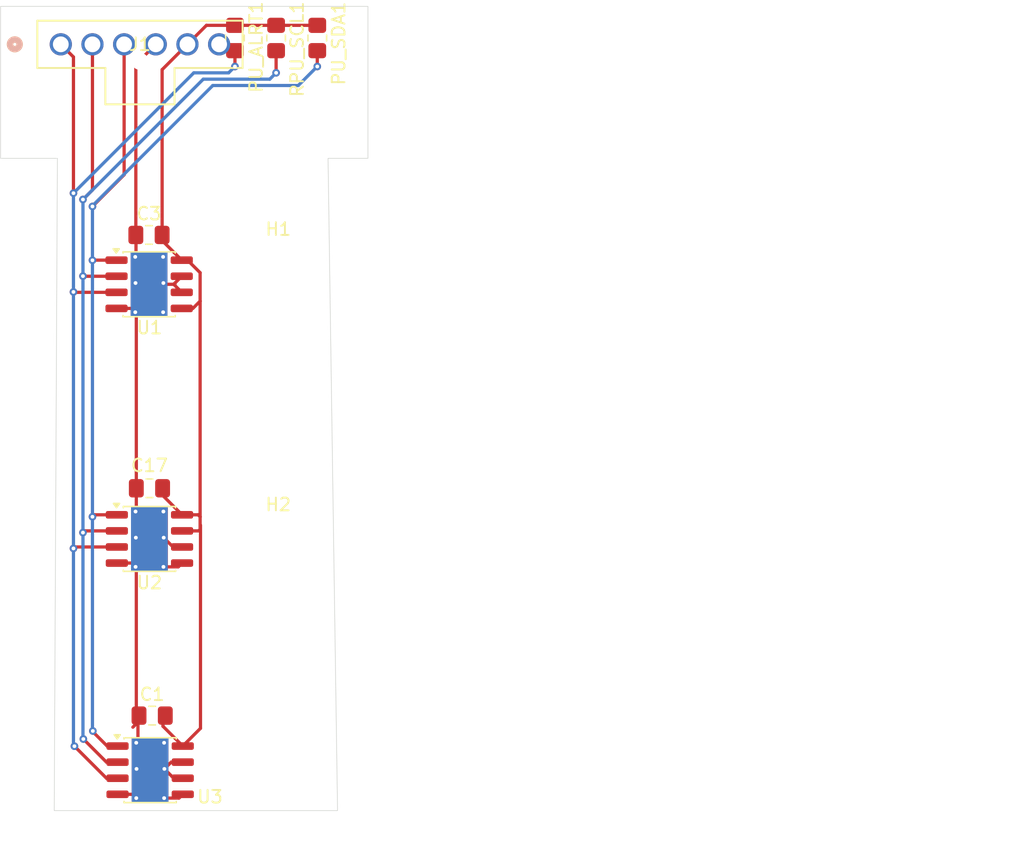
<source format=kicad_pcb>
(kicad_pcb (version 20241229) (generator "pcbnew") (generator_version "9.0")
  (layers (0 "F.Cu" signal) (2 "B.Cu" signal) (13 "F.Paste" user) (15 "B.Paste" user) (5 "F.SilkS" user "F.Silkscreen") (7 "B.SilkS" user "B.Silkscreen") (1 "F.Mask" user) (3 "B.Mask" user) (25 "Edge.Cuts" user))
  (net 0 "")
  (net 1 "V-")
  (net 2 "/ALERT")
  (net 3 "/SCL")
  (net 4 "/SDA")
  (net 5 "V+")
  (net 6 "+5V")
  (footprint "Resistor_SMD:R_0805_2012Metric_Pad1.20x1.40mm_HandSolder" (layer "F.Cu") (at 40.75 22.5 90)
    (property "Reference" "RPU_SCL1" (at -0.890378 1.660432 90) (layer "F.SilkS"))
    (property "Value" "5k")
    (fp_line (start -0.227064 -0.735) (end 0.227064 -0.735) (stroke (width 0.12)) (layer "F.SilkS"))
    (fp_line (start -0.227064 0.735) (end 0.227064 0.735) (stroke (width 0.12)) (layer "F.SilkS"))
    (pad "1" smd roundrect (at -1 0 90) (size 1.2 1.4) (layers "F.Cu" "F.Mask" "F.Paste") (roundrect_rratio 0.208333) (net 3 "/SCL"))
    (pad "2" smd roundrect (at 1 0 90) (size 1.2 1.4) (layers "F.Cu" "F.Mask" "F.Paste") (roundrect_rratio 0.208333) (net 6 "+5V"))
  )
  (footprint "Resistor_SMD:R_0805_2012Metric_Pad1.20x1.40mm_HandSolder" (layer "F.Cu") (at 37.5 22.5 -90)
    (property "Reference" "PU_ALRT1" (at 0.719918 -1.671697 90) (layer "F.SilkS"))
    (property "Value" "5k")
    (fp_line (start -0.227064 0.735) (end 0.227064 0.735) (stroke (width 0.12)) (layer "F.SilkS"))
    (fp_line (start -0.227064 -0.735) (end 0.227064 -0.735) (stroke (width 0.12)) (layer "F.SilkS"))
    (pad "1" smd roundrect (at -1 0 270) (size 1.2 1.4) (layers "F.Cu" "F.Mask" "F.Paste") (roundrect_rratio 0.208333) (net 6 "+5V"))
    (pad "2" smd roundrect (at 1 0 270) (size 1.2 1.4) (layers "F.Cu" "F.Mask" "F.Paste") (roundrect_rratio 0.208333) (net 2 "/ALERT"))
  )
  (footprint "Capacitor_SMD:C_0805_2012Metric_Pad1.18x1.45mm_HandSolder" (layer "F.Cu") (at 30.7125 38.05)
    (property "Reference" "C3" (at 0 -1.68 0) (layer "F.SilkS"))
    (property "Value" "0.01 uF")
    (fp_line (start -0.261252 -0.735) (end 0.261252 -0.735) (stroke (width 0.12)) (layer "F.SilkS"))
    (fp_line (start -0.261252 0.735) (end 0.261252 0.735) (stroke (width 0.12)) (layer "F.SilkS"))
    (pad "1" smd roundrect (at -1.0375 0) (size 1.175 1.45) (layers "F.Cu" "F.Mask" "F.Paste") (roundrect_rratio 0.212766) (net 6 "+5V"))
    (pad "2" smd roundrect (at 1.0375 0) (size 1.175 1.45) (layers "F.Cu" "F.Mask" "F.Paste") (roundrect_rratio 0.212766) (net 1 "V-"))
  )
  (footprint "Package_SO:SO-8_3.9x4.9mm_P1.27mm" (layer "F.Cu") (at 30.725 41.945)
    (property "Reference" "U1" (at 0.025676 3.422848 0) (layer "F.SilkS"))
    (property "Value" "TMP1075D")
    (fp_line (start -2.06 -2.56) (end 2.06 -2.56) (stroke (width 0.12)) (layer "F.SilkS"))
    (fp_line (start -2.06 -2.465) (end -2.06 -2.56) (stroke (width 0.12)) (layer "F.SilkS"))
    (fp_line (start -2.06 2.56) (end -2.06 2.465) (stroke (width 0.12)) (layer "F.SilkS"))
    (fp_line (start 2.06 -2.56) (end 2.06 -2.465) (stroke (width 0.12)) (layer "F.SilkS"))
    (fp_line (start 2.06 2.465) (end 2.06 2.56) (stroke (width 0.12)) (layer "F.SilkS"))
    (fp_line (start 2.06 2.56) (end -2.06 2.56) (stroke (width 0.12)) (layer "F.SilkS"))
    (fp_poly (pts (xy -2.6 -2.47) (xy -2.84 -2.8) (xy -2.36 -2.8)) (stroke (width 0.12)) (fill yes) (layer "F.SilkS"))
    (pad "1" smd roundrect (at -2.575 -1.905) (size 1.75 0.6) (layers "F.Cu" "F.Mask" "F.Paste") (net 4 "/SDA"))
    (pad "2" smd roundrect (at -2.575 -0.635) (size 1.75 0.6) (layers "F.Cu" "F.Mask" "F.Paste") (net 3 "/SCL"))
    (pad "3" smd roundrect (at -2.575 0.635) (size 1.75 0.6) (layers "F.Cu" "F.Mask" "F.Paste") (net 2 "/ALERT"))
    (pad "4" smd roundrect (at -2.575 1.905) (size 1.75 0.6) (layers "F.Cu" "F.Mask" "F.Paste") (net 1 "V-"))
    (pad "5" smd roundrect (at 2.575 1.905) (size 1.75 0.6) (layers "F.Cu" "F.Mask" "F.Paste") (net 1 "V-"))
    (pad "6" smd roundrect (at 2.575 0.635) (size 1.75 0.6) (layers "F.Cu" "F.Mask" "F.Paste") (net 1 "V-"))
    (pad "7" smd roundrect (at 2.575 -0.635) (size 1.75 0.6) (layers "F.Cu" "F.Mask" "F.Paste") (net 1 "V-"))
    (pad "8" smd roundrect (at 2.575 -1.905) (size 1.75 0.6) (layers "F.Cu" "F.Mask" "F.Paste") (net 6 "+5V"))
  )
  (footprint "Package_SO:SO-8_3.9x4.9mm_P1.27mm" (layer "F.Cu") (at 30.75 62.05)
    (property "Reference" "U2" (at 0 3.45 0) (layer "F.SilkS"))
    (property "Value" "TMP1075D")
    (fp_line (start -2.06 -2.56) (end 2.06 -2.56) (stroke (width 0.12)) (layer "F.SilkS"))
    (fp_line (start -2.06 -2.465) (end -2.06 -2.56) (stroke (width 0.12)) (layer "F.SilkS"))
    (fp_line (start -2.06 2.56) (end -2.06 2.465) (stroke (width 0.12)) (layer "F.SilkS"))
    (fp_line (start 2.06 -2.56) (end 2.06 -2.465) (stroke (width 0.12)) (layer "F.SilkS"))
    (fp_line (start 2.06 2.465) (end 2.06 2.56) (stroke (width 0.12)) (layer "F.SilkS"))
    (fp_line (start 2.06 2.56) (end -2.06 2.56) (stroke (width 0.12)) (layer "F.SilkS"))
    (fp_poly (pts (xy -2.6 -2.47) (xy -2.84 -2.8) (xy -2.36 -2.8)) (stroke (width 0.12)) (fill yes) (layer "F.SilkS"))
    (pad "1" smd roundrect (at -2.575 -1.905) (size 1.75 0.6) (layers "F.Cu" "F.Mask" "F.Paste") (net 4 "/SDA"))
    (pad "2" smd roundrect (at -2.575 -0.635) (size 1.75 0.6) (layers "F.Cu" "F.Mask" "F.Paste") (net 3 "/SCL"))
    (pad "3" smd roundrect (at -2.575 0.635) (size 1.75 0.6) (layers "F.Cu" "F.Mask" "F.Paste") (net 2 "/ALERT"))
    (pad "4" smd roundrect (at -2.575 1.905) (size 1.75 0.6) (layers "F.Cu" "F.Mask" "F.Paste") (net 1 "V-"))
    (pad "5" smd roundrect (at 2.575 1.905) (size 1.75 0.6) (layers "F.Cu" "F.Mask" "F.Paste") (net 1 "V-"))
    (pad "6" smd roundrect (at 2.575 0.635) (size 1.75 0.6) (layers "F.Cu" "F.Mask" "F.Paste") (net 1 "V-"))
    (pad "7" smd roundrect (at 2.575 -0.635) (size 1.75 0.6) (layers "F.Cu" "F.Mask" "F.Paste") (net 6 "+5V"))
    (pad "8" smd roundrect (at 2.575 -1.905) (size 1.75 0.6) (layers "F.Cu" "F.Mask" "F.Paste") (net 6 "+5V"))
  )
  (footprint "Capacitor_SMD:C_0805_2012Metric_Pad1.18x1.45mm_HandSolder" (layer "F.Cu") (at 30.75 58.05)
    (property "Reference" "C17" (at 0 -1.8 0) (layer "F.SilkS"))
    (property "Value" "0.01 uF")
    (fp_line (start -0.261252 -0.735) (end 0.261252 -0.735) (stroke (width 0.12)) (layer "F.SilkS"))
    (fp_line (start -0.261252 0.735) (end 0.261252 0.735) (stroke (width 0.12)) (layer "F.SilkS"))
    (pad "1" smd roundrect (at -1.0375 0) (size 1.175 1.45) (layers "F.Cu" "F.Mask" "F.Paste") (roundrect_rratio 0.212766) (net 6 "+5V"))
    (pad "2" smd roundrect (at 1.0375 0) (size 1.175 1.45) (layers "F.Cu" "F.Mask" "F.Paste") (roundrect_rratio 0.212766) (net 1 "V-"))
  )
  (footprint "Resistor_SMD:R_0805_2012Metric_Pad1.20x1.40mm_HandSolder" (layer "F.Cu") (at 44 22.5 -90)
    (property "Reference" "PU_SDA1" (at 0.439161 -1.689275 90) (layer "F.SilkS"))
    (property "Value" "5k")
    (fp_line (start -0.227064 0.735) (end 0.227064 0.735) (stroke (width 0.12)) (layer "F.SilkS"))
    (fp_line (start -0.227064 -0.735) (end 0.227064 -0.735) (stroke (width 0.12)) (layer "F.SilkS"))
    (pad "1" smd roundrect (at -1 0 270) (size 1.2 1.4) (layers "F.Cu" "F.Mask" "F.Paste") (roundrect_rratio 0.208333) (net 6 "+5V"))
    (pad "2" smd roundrect (at 1 0 270) (size 1.2 1.4) (layers "F.Cu" "F.Mask" "F.Paste") (roundrect_rratio 0.208333) (net 4 "/SDA"))
  )
  (footprint "MountingHole:MountingHole_3.2mm_M3" (layer "F.Cu") (at 40.920987 63.486374)
    (property "Reference" "H2" (at 0 -4.15 0) (layer "F.SilkS"))
    (property "Value" "MountingHole_3.2mm_M3")
    (pad "" np_thru_hole circle (at 0 0) (size 3.2 3.2) (drill 3.2) (layers "*.Cu" "*.Mask"))
  )
  (footprint "formula_slug_footprint_library:CONN_SD-105309-100_06_MOL" (layer "F.Cu") (at 23.75 23)
    (property "Reference" "J1" (at 6.25 0 0) (layer "F.SilkS"))
    (property "Value" "NanoFit 1053091105")
    (fp_line (start -1.8526 -1.8669) (end -1.8526 1.8669) (stroke (width 0.1524)) (layer "F.SilkS"))
    (fp_line (start -1.8526 1.8669) (end 3.5195 1.8669) (stroke (width 0.1524)) (layer "F.SilkS"))
    (fp_line (start 3.5195 1.8669) (end 3.5195 4.7371) (stroke (width 0.1524)) (layer "F.SilkS"))
    (fp_line (start 3.5195 4.7371) (end 8.9805 4.7371) (stroke (width 0.1524)) (layer "F.SilkS"))
    (fp_line (start 8.9805 1.8669) (end 14.3526 1.8669) (stroke (width 0.1524)) (layer "F.SilkS"))
    (fp_line (start 8.9805 4.7371) (end 8.9805 1.8669) (stroke (width 0.1524)) (layer "F.SilkS"))
    (fp_line (start 14.3526 -1.8669) (end -1.8526 -1.8669) (stroke (width 0.1524)) (layer "F.SilkS"))
    (fp_line (start 14.3526 1.8669) (end 14.3526 -1.8669) (stroke (width 0.1524)) (layer "F.SilkS"))
    (fp_circle (center -3.6306 0) (end -3.2496 0) (stroke (width 0.508)) (fill no) (layer "F.SilkS"))
    (fp_circle (center -3.6306 0) (end -3.2496 0) (stroke (width 0.508)) (fill no) (layer "B.SilkS"))
    (pad "" np_thru_hole circle (at 6.25 1.34) (size 1.3462 1.3462) (drill 1.3462) (layers "*.Cu" "*.Mask"))
    (pad "1" thru_hole circle (at 0 0) (size 1.7526 1.7526) (drill 1.2446) (layers "*.Cu" "*.Mask") (net 2 "/ALERT"))
    (pad "2" thru_hole circle (at 2.5 0) (size 1.7526 1.7526) (drill 1.2446) (layers "*.Cu" "*.Mask") (net 3 "/SCL"))
    (pad "3" thru_hole circle (at 5 0) (size 1.7526 1.7526) (drill 1.2446) (layers "*.Cu" "*.Mask") (net 4 "/SDA"))
    (pad "4" thru_hole circle (at 7.5 0) (size 1.7526 1.7526) (drill 1.2446) (layers "*.Cu" "*.Mask") (net 1 "V-"))
    (pad "5" thru_hole circle (at 10 0) (size 1.7526 1.7526) (drill 1.2446) (layers "*.Cu" "*.Mask") (net 6 "+5V"))
    (pad "6" thru_hole circle (at 12.5 0) (size 1.7526 1.7526) (drill 1.2446) (layers "*.Cu" "*.Mask"))
  )
  (footprint "Package_SO:SO-8_3.9x4.9mm_P1.27mm" (layer "F.Cu") (at 30.804564 80.308011)
    (property "Reference" "U3" (at 4.725 2.105 0) (layer "F.SilkS"))
    (property "Value" "TMP1075D")
    (fp_line (start -2.06 -2.56) (end 2.06 -2.56) (stroke (width 0.12)) (layer "F.SilkS"))
    (fp_line (start -2.06 -2.465) (end -2.06 -2.56) (stroke (width 0.12)) (layer "F.SilkS"))
    (fp_line (start -2.06 2.56) (end -2.06 2.465) (stroke (width 0.12)) (layer "F.SilkS"))
    (fp_line (start 2.06 -2.56) (end 2.06 -2.465) (stroke (width 0.12)) (layer "F.SilkS"))
    (fp_line (start 2.06 2.465) (end 2.06 2.56) (stroke (width 0.12)) (layer "F.SilkS"))
    (fp_line (start 2.06 2.56) (end -2.06 2.56) (stroke (width 0.12)) (layer "F.SilkS"))
    (fp_poly (pts (xy -2.6 -2.47) (xy -2.84 -2.8) (xy -2.36 -2.8)) (stroke (width 0.12)) (fill yes) (layer "F.SilkS"))
    (pad "1" smd roundrect (at -2.575 -1.905) (size 1.75 0.6) (layers "F.Cu" "F.Mask" "F.Paste") (net 4 "/SDA"))
    (pad "2" smd roundrect (at -2.575 -0.635) (size 1.75 0.6) (layers "F.Cu" "F.Mask" "F.Paste") (net 3 "/SCL"))
    (pad "3" smd roundrect (at -2.575 0.635) (size 1.75 0.6) (layers "F.Cu" "F.Mask" "F.Paste") (net 2 "/ALERT"))
    (pad "4" smd roundrect (at -2.575 1.905) (size 1.75 0.6) (layers "F.Cu" "F.Mask" "F.Paste") (net 1 "V-"))
    (pad "5" smd roundrect (at 2.575 1.905) (size 1.75 0.6) (layers "F.Cu" "F.Mask" "F.Paste") (net 1 "V-"))
    (pad "6" smd roundrect (at 2.575 0.635) (size 1.75 0.6) (layers "F.Cu" "F.Mask" "F.Paste") (net 1 "V-"))
    (pad "7" smd roundrect (at 2.575 -0.635) (size 1.75 0.6) (layers "F.Cu" "F.Mask" "F.Paste") (net 1 "V-"))
    (pad "8" smd roundrect (at 2.575 -1.905) (size 1.75 0.6) (layers "F.Cu" "F.Mask" "F.Paste") (net 6 "+5V"))
  )
  (footprint "Capacitor_SMD:C_0805_2012Metric_Pad1.18x1.45mm_HandSolder" (layer "F.Cu") (at 30.9625 76)
    (property "Reference" "C1" (at 0 -1.68 0) (layer "F.SilkS"))
    (property "Value" "0.01 uF")
    (fp_line (start -0.261252 -0.735) (end 0.261252 -0.735) (stroke (width 0.12)) (layer "F.SilkS"))
    (fp_line (start -0.261252 0.735) (end 0.261252 0.735) (stroke (width 0.12)) (layer "F.SilkS"))
    (pad "1" smd roundrect (at -1.0375 0) (size 1.175 1.45) (layers "F.Cu" "F.Mask" "F.Paste") (roundrect_rratio 0.212766) (net 6 "+5V"))
    (pad "2" smd roundrect (at 1.0375 0) (size 1.175 1.45) (layers "F.Cu" "F.Mask" "F.Paste") (roundrect_rratio 0.212766) (net 1 "V-"))
  )
  (footprint "MountingHole:MountingHole_3.2mm_M3" (layer "F.Cu") (at 40.920987 41.743187)
    (property "Reference" "H1" (at 0 -4.15 0) (layer "F.SilkS"))
    (property "Value" "MountingHole_3.2mm_M3")
    (pad "" np_thru_hole circle (at 0 0) (size 3.2 3.2) (drill 3.2) (layers "*.Cu" "*.Mask"))
  )
  (gr_rect (start 29.454564 77.858011) (end 32.154564 82.758011) (stroke (width 0.2)) (fill yes) (layer "F.Cu") (net 1))
  (gr_rect (start 29.4 59.6) (end 32.1 64.5) (stroke (width 0.2)) (fill yes) (layer "F.Cu") (net 1))
  (gr_rect (start 29.375 39.495) (end 32.075 44.395) (stroke (width 0.2)) (fill yes) (layer "F.Cu") (net 1))
  (gr_rect (start 29.447935 77.858177) (end 32.147935 82.758177) (stroke (width 0.2)) (fill yes) (layer "B.Cu") (net 1))
  (gr_rect (start 29.393371 59.600166) (end 32.093371 64.500166) (stroke (width 0.2)) (fill yes) (layer "B.Cu") (net 1))
  (gr_rect (start 29.368371 39.495166) (end 32.068371 44.395166) (stroke (width 0.2)) (fill yes) (layer "B.Cu") (net 1))
  (gr_poly (pts (xy 19 20) (xy 48 20) (xy 48 32) (xy 44.850719 32) (xy 45.600719 83.5) (xy 23.23179 83.5) (xy 23.48179 32) (xy 19 32)) (stroke (width 0.05)) (fill no) (layer "Edge.Cuts"))
  (segment (start 28.15 43.85) (end 29.329397 43.85) (width 0.254) (layer "F.Cu") (net 1))
  (segment (start 33.025187 64.254813) (end 33.325 63.955) (width 0.254) (layer "F.Cu") (net 1))
  (segment (start 29.6875 39.721315) (end 29.626655 39.78216) (width 0.254) (layer "F.Cu") (net 1))
  (segment (start 29.7125 64.313103) (end 29.65421 64.254813) (width 0.254) (layer "F.Cu") (net 1))
  (segment (start 31.25 23) (end 29.675 24.575) (width 0.254) (layer "F.Cu") (net 1))
  (segment (start 29.354397 63.955) (end 29.65421 64.254813) (width 0.254) (layer "F.Cu") (net 1))
  (segment (start 29.7125 58.25) (end 29.7125 59.826315) (width 0.254) (layer "F.Cu") (net 1))
  (segment (start 29.7125 76.433447) (end 29.7125 64.313103) (width 0.254) (layer "F.Cu") (net 1))
  (segment (start 31.85 41.845) (end 31.95 41.945) (width 0.254) (layer "F.Cu") (net 1))
  (segment (start 33.46 62.55) (end 33.325 62.685) (width 0.254) (layer "F.Cu") (net 1))
  (segment (start 31.908774 82.512824) (end 33.079751 82.512824) (width 0.254) (layer "F.Cu") (net 1))
  (segment (start 29.6875 38.05) (end 29.6875 39.721315) (width 0.254) (layer "F.Cu") (net 1))
  (segment (start 31.875 61.95) (end 32.61 62.685) (width 0.254) (layer "F.Cu") (net 1))
  (segment (start 32.61 62.685) (end 33.325 62.685) (width 0.254) (layer "F.Cu") (net 1))
  (segment (start 33.379564 80.943011) (end 32.664564 80.943011) (width 0.254) (layer "F.Cu") (net 1))
  (segment (start 29.7125 59.826315) (end 29.651655 59.88716) (width 0.254) (layer "F.Cu") (net 1))
  (segment (start 32.765 41.845) (end 33.3 41.31) (width 0.254) (layer "F.Cu") (net 1))
  (segment (start 32.665 41.945) (end 32.765 41.845) (width 0.254) (layer "F.Cu") (net 1))
  (segment (start 33.079751 82.512824) (end 33.379564 82.213011) (width 0.254) (layer "F.Cu") (net 1))
  (segment (start 28.229564 82.213011) (end 29.408961 82.213011) (width 0.254) (layer "F.Cu") (net 1))
  (segment (start 29.7125 58.05) (end 29.7125 44.233103) (width 0.254) (layer "F.Cu") (net 1))
  (segment (start 29.842064 78.009326) (end 29.706219 78.145171) (width 0.254) (layer "F.Cu") (net 1))
  (segment (start 32.765 41.845) (end 32.765 42.045) (width 0.254) (layer "F.Cu") (net 1))
  (segment (start 29.442064 76.913011) (end 29.842064 76.513011) (width 0.254) (layer "F.Cu") (net 1))
  (segment (start 29.675 24.575) (end 29.675 38.05) (width 0.254) (layer "F.Cu") (net 1))
  (segment (start 29.842064 76.513011) (end 29.842064 78.009326) (width 0.254) (layer "F.Cu") (net 1))
  (segment (start 31.85421 64.254813) (end 33.025187 64.254813) (width 0.254) (layer "F.Cu") (net 1))
  (segment (start 29.7125 44.233103) (end 29.62921 44.149813) (width 0.254) (layer "F.Cu") (net 1))
  (segment (start 28.175 63.955) (end 29.354397 63.955) (width 0.254) (layer "F.Cu") (net 1))
  (segment (start 33.379564 79.673011) (end 32.464564 79.673011) (width 0.254) (layer "F.Cu") (net 1))
  (segment (start 32.765 42.045) (end 33.3 42.58) (width 0.254) (layer "F.Cu") (net 1))
  (segment (start 29.742064 76.463011) (end 29.7125 76.433447) (width 0.254) (layer "F.Cu") (net 1))
  (segment (start 31.95 41.945) (end 32.665 41.945) (width 0.254) (layer "F.Cu") (net 1))
  (segment (start 29.329397 43.85) (end 29.62921 44.149813) (width 0.254) (layer "F.Cu") (net 1))
  (segment (start 32.664564 80.943011) (end 31.929564 80.208011) (width 0.254) (layer "F.Cu") (net 1))
  (segment (start 32.464564 79.673011) (end 31.929564 80.208011) (width 0.254) (layer "F.Cu") (net 1))
  (segment (start 29.408961 82.213011) (end 29.708774 82.512824) (width 0.254) (layer "F.Cu") (net 1))
  (via (at 29.675 61.95) (size 0.6) (drill 0.3) (layers "F.Cu" "B.Cu") (net 1))
  (via (at 29.65 41.845) (size 0.6) (drill 0.3) (layers "F.Cu" "B.Cu") (net 1))
  (via (at 29.65421 64.254813) (size 0.6) (drill 0.3) (layers "F.Cu" "B.Cu") (net 1))
  (via (at 31.85 41.845) (size 0.6) (drill 0.3) (layers "F.Cu" "B.Cu") (net 1))
  (via (at 29.626655 39.78216) (size 0.6) (drill 0.3) (layers "F.Cu" "B.Cu") (net 1))
  (via (at 31.82921 44.149813) (size 0.6) (drill 0.3) (layers "F.Cu" "B.Cu") (net 1))
  (via (at 31.908774 82.512824) (size 0.6) (drill 0.3) (layers "F.Cu" "B.Cu") (net 1))
  (via (at 29.729564 80.208011) (size 0.6) (drill 0.3) (layers "F.Cu" "B.Cu") (net 1))
  (via (at 31.85421 64.254813) (size 0.6) (drill 0.3) (layers "F.Cu" "B.Cu") (net 1))
  (via (at 31.851655 59.88716) (size 0.6) (drill 0.3) (layers "F.Cu" "B.Cu") (net 1))
  (via (at 31.826655 39.78216) (size 0.6) (drill 0.3) (layers "F.Cu" "B.Cu") (net 1))
  (via (at 29.62921 44.149813) (size 0.6) (drill 0.3) (layers "F.Cu" "B.Cu") (net 1))
  (via (at 31.906219 78.145171) (size 0.6) (drill 0.3) (layers "F.Cu" "B.Cu") (net 1))
  (via (at 31.875 61.95) (size 0.6) (drill 0.3) (layers "F.Cu" "B.Cu") (net 1))
  (via (at 29.706219 78.145171) (size 0.6) (drill 0.3) (layers "F.Cu" "B.Cu") (net 1))
  (via (at 31.929564 80.208011) (size 0.6) (drill 0.3) (layers "F.Cu" "B.Cu") (net 1))
  (via (at 29.708774 82.512824) (size 0.6) (drill 0.3) (layers "F.Cu" "B.Cu") (net 1))
  (via (at 29.651655 59.88716) (size 0.6) (drill 0.3) (layers "F.Cu" "B.Cu") (net 1))
  (segment (start 28.229564 80.943011) (end 27.354565 80.943011) (width 0.254) (layer "F.Cu") (net 2))
  (segment (start 37.5 24.75) (end 37.5 23.5) (width 0.254) (layer "F.Cu") (net 2))
  (segment (start 24.75 24) (end 24.75 34.75) (width 0.254) (layer "F.Cu") (net 2))
  (segment (start 23.75 23) (end 24.75 24) (width 0.254) (layer "F.Cu") (net 2))
  (segment (start 24.865 62.685) (end 24.75 62.8) (width 0.254) (layer "F.Cu") (net 2))
  (segment (start 27.354565 80.943011) (end 24.827065 78.41551) (width 0.254) (layer "F.Cu") (net 2))
  (segment (start 24.827065 78.41551) (end 24.779564 78.36801) (width 0.254) (layer "F.Cu") (net 2))
  (segment (start 28.15 42.58) (end 24.78 42.58) (width 0.254) (layer "F.Cu") (net 2))
  (segment (start 28.175 62.685) (end 24.865 62.685) (width 0.254) (layer "F.Cu") (net 2))
  (via (at 24.75 62.8) (size 0.6) (drill 0.3) (layers "F.Cu" "B.Cu") (net 2))
  (via (at 24.75 34.75) (size 0.6) (drill 0.3) (layers "F.Cu" "B.Cu") (net 2))
  (via (at 24.827065 78.41551) (size 0.6) (drill 0.3) (layers "F.Cu" "B.Cu") (net 2))
  (via (at 24.75 42.55) (size 0.6) (drill 0.3) (layers "F.Cu" "B.Cu") (net 2))
  (via (at 37.5 24.75) (size 0.6) (drill 0.3) (layers "F.Cu" "B.Cu") (net 2))
  (segment (start 24.75 42.55) (end 24.75 34.75) (width 0.254) (layer "B.Cu") (net 2))
  (segment (start 37 25.25) (end 37.5 24.75) (width 0.254) (layer "B.Cu") (net 2))
  (segment (start 24.75 78.338445) (end 24.827065 78.41551) (width 0.254) (layer "B.Cu") (net 2))
  (segment (start 24.75 42.55) (end 24.75 78.338445) (width 0.254) (layer "B.Cu") (net 2))
  (segment (start 34.25 25.25) (end 37 25.25) (width 0.254) (layer "B.Cu") (net 2))
  (segment (start 24.75 34.75) (end 34.25 25.25) (width 0.254) (layer "B.Cu") (net 2))
  (segment (start 27.354565 79.673011) (end 25.529564 77.84801) (width 0.254) (layer "F.Cu") (net 3))
  (segment (start 25.635 61.415) (end 25.5 61.55) (width 0.254) (layer "F.Cu") (net 3))
  (segment (start 26.25 34.5) (end 25.5 35.25) (width 0.254) (layer "F.Cu") (net 3))
  (segment (start 28.229564 79.673011) (end 27.354565 79.673011) (width 0.254) (layer "F.Cu") (net 3))
  (segment (start 28.175 61.415) (end 25.635 61.415) (width 0.254) (layer "F.Cu") (net 3))
  (segment (start 40.75 25.25) (end 40.75 23.5) (width 0.254) (layer "F.Cu") (net 3))
  (segment (start 26.25 23) (end 26.25 34.5) (width 0.254) (layer "F.Cu") (net 3))
  (segment (start 28.15 41.31) (end 25.51 41.31) (width 0.254) (layer "F.Cu") (net 3))
  (via (at 25.5 35.25) (size 0.6) (drill 0.3) (layers "F.Cu" "B.Cu") (net 3))
  (via (at 25.5 61.55) (size 0.6) (drill 0.3) (layers "F.Cu" "B.Cu") (net 3))
  (via (at 40.75 25.25) (size 0.6) (drill 0.3) (layers "F.Cu" "B.Cu") (net 3))
  (via (at 25.529564 77.84801) (size 0.6) (drill 0.3) (layers "F.Cu" "B.Cu") (net 3))
  (via (at 25.5 41.3) (size 0.6) (drill 0.3) (layers "F.Cu" "B.Cu") (net 3))
  (segment (start 25.5 61.55) (end 25.5 41.3) (width 0.254) (layer "B.Cu") (net 3))
  (segment (start 25.5 35.25) (end 25.5 41.3) (width 0.254) (layer "B.Cu") (net 3))
  (segment (start 25.5 35.25) (end 35 25.75) (width 0.254) (layer "B.Cu") (net 3))
  (segment (start 40.25 25.75) (end 40.75 25.25) (width 0.254) (layer "B.Cu") (net 3))
  (segment (start 35 25.75) (end 40.25 25.75) (width 0.254) (layer "B.Cu") (net 3))
  (segment (start 25.529564 77.84801) (end 25.5 77.818446) (width 0.254) (layer "B.Cu") (net 3))
  (segment (start 25.5 77.818446) (end 25.5 61.55) (width 0.254) (layer "B.Cu") (net 3))
  (segment (start 27.409564 78.403011) (end 28.229564 78.403011) (width 0.254) (layer "F.Cu") (net 4))
  (segment (start 28.75 23) (end 28.75 33.3) (width 0.254) (layer "F.Cu") (net 4))
  (segment (start 28.175 60.145) (end 26.405 60.145) (width 0.254) (layer "F.Cu") (net 4))
  (segment (start 26.405 60.145) (end 26.25 60.3) (width 0.254) (layer "F.Cu") (net 4))
  (segment (start 26.279564 77.273011) (end 27.409564 78.403011) (width 0.254) (layer "F.Cu") (net 4))
  (segment (start 28.15 40.04) (end 26.26 40.04) (width 0.254) (layer "F.Cu") (net 4))
  (segment (start 26.26 40.04) (end 26.25 40.05) (width 0.254) (layer "F.Cu") (net 4))
  (segment (start 44 23.5) (end 44 24.75) (width 0.254) (layer "F.Cu") (net 4))
  (segment (start 28.75 33.3) (end 26.25 35.8) (width 0.254) (layer "F.Cu") (net 4))
  (via (at 26.25 35.8) (size 0.6) (drill 0.3) (layers "F.Cu" "B.Cu") (net 4))
  (via (at 26.25 60.3) (size 0.6) (drill 0.3) (layers "F.Cu" "B.Cu") (net 4))
  (via (at 26.279564 77.213011) (size 0.6) (drill 0.3) (layers "F.Cu" "B.Cu") (net 4))
  (via (at 44 24.75) (size 0.6) (drill 0.3) (layers "F.Cu" "B.Cu") (net 4))
  (via (at 26.25 40.05) (size 0.6) (drill 0.3) (layers "F.Cu" "B.Cu") (net 4))
  (segment (start 42.5 26.25) (end 35.75 26.25) (width 0.254) (layer "B.Cu") (net 4))
  (segment (start 26.25 77.183447) (end 26.279564 77.213011) (width 0.254) (layer "B.Cu") (net 4))
  (segment (start 26.25 35.8) (end 26.25 77.183447) (width 0.254) (layer "B.Cu") (net 4))
  (segment (start 35.75 26.25) (end 26.25 35.75) (width 0.254) (layer "B.Cu") (net 4))
  (segment (start 26.25 35.75) (end 26.25 35.8) (width 0.254) (layer "B.Cu") (net 4))
  (segment (start 44 24.75) (end 42.5 26.25) (width 0.254) (layer "B.Cu") (net 4))
  (segment (start 33.76 40.04) (end 33.3 40.04) (width 0.254) (layer "F.Cu") (net 5))
  (segment (start 34.75 61.3) (end 34.635 61.415) (width 0.254) (layer "F.Cu") (net 5))
  (segment (start 33.379564 78.403011) (end 34.779564 77.003011) (width 0.254) (layer "F.Cu") (net 5))
  (segment (start 31.75 38.05) (end 31.75 25) (width 0.254) (layer "F.Cu") (net 5))
  (segment (start 31.7875 58.6075) (end 33.325 60.145) (width 0.254) (layer "F.Cu") (net 5))
  (segment (start 31.7875 58.25) (end 31.7875 58.6075) (width 0.254) (layer "F.Cu") (net 5))
  (segment (start 34.174999 43.85) (end 34.75 43.274999) (width 0.254) (layer "F.Cu") (net 5))
  (segment (start 34.635 61.415) (end 33.325 61.415) (width 0.254) (layer "F.Cu") (net 5))
  (segment (start 33.3 43.85) (end 34.174999 43.85) (width 0.254) (layer "F.Cu") (net 5))
  (segment (start 34.75 60.3) (end 34.75 61.3) (width 0.254) (layer "F.Cu") (net 5))
  (segment (start 33.75 23) (end 31.75 25) (width 0.254) (layer "F.Cu") (net 5))
  (segment (start 34.75 60.3) (end 34.75 43.274999) (width 0.254) (layer "F.Cu") (net 5))
  (segment (start 34.595 60.145) (end 34.75 60.3) (width 0.254) (layer "F.Cu") (net 5))
  (segment (start 35.25 21.5) (end 44 21.5) (width 0.254) (layer "F.Cu") (net 5))
  (segment (start 31.7625 38.05) (end 31.7625 38.5025) (width 0.254) (layer "F.Cu") (net 5))
  (segment (start 31.817064 76.463011) (end 31.817064 76.840511) (width 0.254) (layer "F.Cu") (net 5))
  (segment (start 31.7625 38.5025) (end 33.3 40.04) (width 0.254) (layer "F.Cu") (net 5))
  (segment (start 34.779564 77.003011) (end 34.779564 60.963011) (width 0.254) (layer "F.Cu") (net 5))
  (segment (start 33.75 23) (end 35.25 21.5) (width 0.254) (layer "F.Cu") (net 5))
  (segment (start 31.817064 76.840511) (end 33.379564 78.403011) (width 0.254) (layer "F.Cu") (net 5))
  (segment (start 33.325 60.145) (end 34.595 60.145) (width 0.254) (layer "F.Cu") (net 5))
  (segment (start 34.75 41.03) (end 33.76 40.04) (width 0.254) (layer "F.Cu") (net 5))
  (segment (start 34.75 43.274999) (end 34.75 41.03) (width 0.254) (layer "F.Cu") (net 5))
)
</source>
